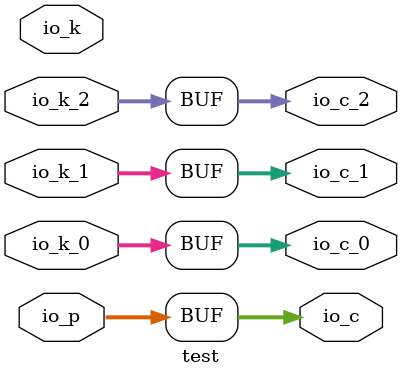
<source format=v>

`timescale 1ns/1ps 

module test (
  input      [1:0]    io_p,
  input      [1:0]    io_k,
  output     [1:0]    io_c,
  input      [1:0]    io_k_0,
  input      [1:0]    io_k_1,
  input      [1:0]    io_k_2,
  output     [1:0]    io_c_0,
  output     [1:0]    io_c_1,
  output     [1:0]    io_c_2
);


  assign io_c = io_p;
  assign io_c_0 = io_k_0;
  assign io_c_1 = io_k_1;
  assign io_c_2 = io_k_2;

endmodule

</source>
